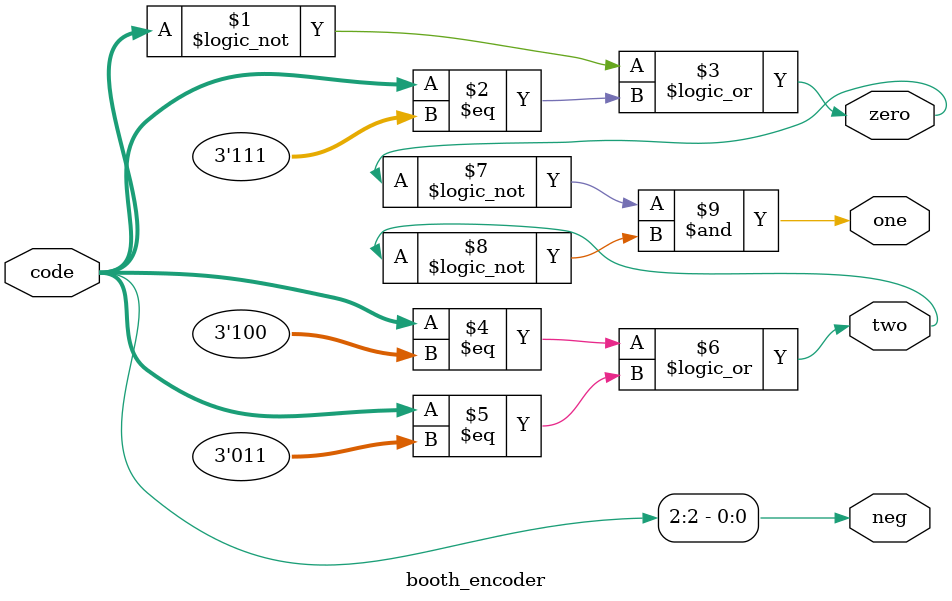
<source format=v>
`timescale 1ns/1ps
module booth_encoder 
(
  input   [2:0]  code,
  output         neg,                
  output         zero,                
  output  	     one,         	
  output  	     two
);	
assign neg  =  code[2];
assign zero = ((code==3'b000) || (code==3'b111));
assign two  = ((code==3'b100) || (code==3'b011));
assign one  = ((!zero) & (!two));
 
endmodule

</source>
